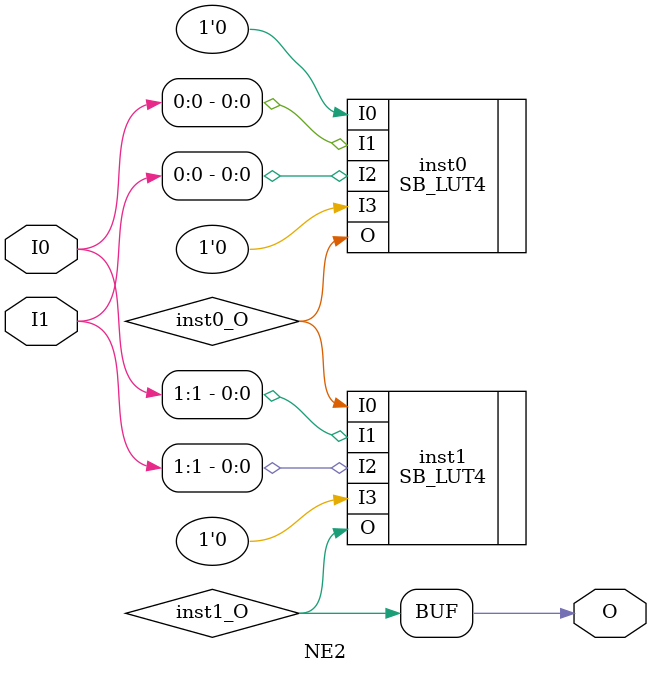
<source format=v>
module NE2 (input [1:0] I0, input [1:0] I1, output  O);
wire  inst0_O;
wire  inst1_O;
SB_LUT4 #(.LUT_INIT(16'hBEBE)) inst0 (.I0(1'b0), .I1(I0[0]), .I2(I1[0]), .I3(1'b0), .O(inst0_O));
SB_LUT4 #(.LUT_INIT(16'hBEBE)) inst1 (.I0(inst0_O), .I1(I0[1]), .I2(I1[1]), .I3(1'b0), .O(inst1_O));
assign O = inst1_O;
endmodule


</source>
